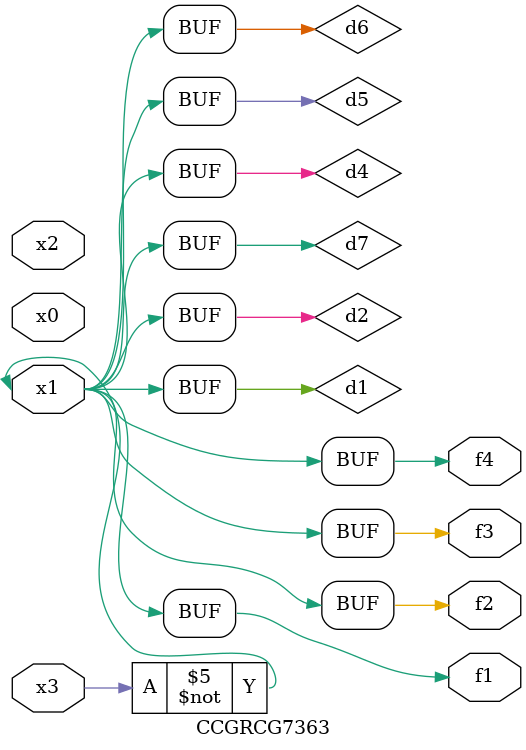
<source format=v>
module CCGRCG7363(
	input x0, x1, x2, x3,
	output f1, f2, f3, f4
);

	wire d1, d2, d3, d4, d5, d6, d7;

	not (d1, x3);
	buf (d2, x1);
	xnor (d3, d1, d2);
	nor (d4, d1);
	buf (d5, d1, d2);
	buf (d6, d4, d5);
	nand (d7, d4);
	assign f1 = d6;
	assign f2 = d7;
	assign f3 = d6;
	assign f4 = d6;
endmodule

</source>
